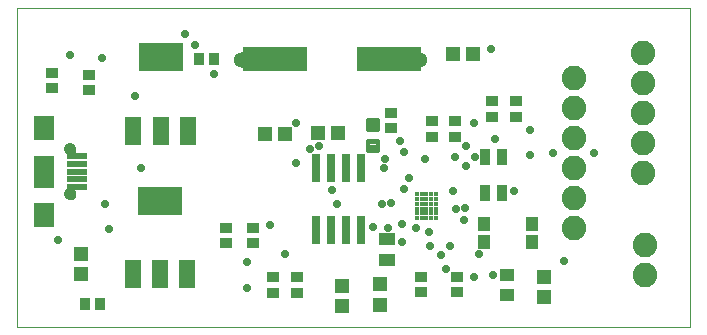
<source format=gts>
G75*
G70*
%OFA0B0*%
%FSLAX24Y24*%
%IPPOS*%
%LPD*%
%AMOC8*
5,1,8,0,0,1.08239X$1,22.5*
%
%ADD10C,0.0000*%
%ADD11R,0.0560X0.0960*%
%ADD12R,0.1497X0.0946*%
%ADD13C,0.0167*%
%ADD14R,0.0316X0.0946*%
%ADD15R,0.0651X0.0237*%
%ADD16C,0.0415*%
%ADD17R,0.0669X0.0787*%
%ADD18R,0.0669X0.1063*%
%ADD19R,0.0513X0.0474*%
%ADD20R,0.0474X0.0513*%
%ADD21R,0.0552X0.0395*%
%ADD22R,0.0356X0.0434*%
%ADD23R,0.0434X0.0356*%
%ADD24R,0.2180X0.0840*%
%ADD25C,0.0535*%
%ADD26R,0.0474X0.0395*%
%ADD27R,0.0356X0.0552*%
%ADD28C,0.0142*%
%ADD29R,0.0434X0.0474*%
%ADD30C,0.0820*%
%ADD31C,0.0280*%
D10*
X001213Y000274D02*
X001213Y010904D01*
X023654Y010904D01*
X023654Y000274D01*
X001213Y000274D01*
X002834Y004707D02*
X002836Y004732D01*
X002842Y004757D01*
X002851Y004781D01*
X002864Y004803D01*
X002881Y004823D01*
X002900Y004840D01*
X002921Y004854D01*
X002945Y004864D01*
X002969Y004871D01*
X002995Y004874D01*
X003020Y004873D01*
X003045Y004868D01*
X003069Y004859D01*
X003092Y004847D01*
X003112Y004832D01*
X003130Y004813D01*
X003145Y004792D01*
X003156Y004769D01*
X003164Y004745D01*
X003168Y004720D01*
X003168Y004694D01*
X003164Y004669D01*
X003156Y004645D01*
X003145Y004622D01*
X003130Y004601D01*
X003112Y004582D01*
X003092Y004567D01*
X003069Y004555D01*
X003045Y004546D01*
X003020Y004541D01*
X002995Y004540D01*
X002969Y004543D01*
X002945Y004550D01*
X002921Y004560D01*
X002900Y004574D01*
X002881Y004591D01*
X002864Y004611D01*
X002851Y004633D01*
X002842Y004657D01*
X002836Y004682D01*
X002834Y004707D01*
X002834Y006203D02*
X002836Y006228D01*
X002842Y006253D01*
X002851Y006277D01*
X002864Y006299D01*
X002881Y006319D01*
X002900Y006336D01*
X002921Y006350D01*
X002945Y006360D01*
X002969Y006367D01*
X002995Y006370D01*
X003020Y006369D01*
X003045Y006364D01*
X003069Y006355D01*
X003092Y006343D01*
X003112Y006328D01*
X003130Y006309D01*
X003145Y006288D01*
X003156Y006265D01*
X003164Y006241D01*
X003168Y006216D01*
X003168Y006190D01*
X003164Y006165D01*
X003156Y006141D01*
X003145Y006118D01*
X003130Y006097D01*
X003112Y006078D01*
X003092Y006063D01*
X003069Y006051D01*
X003045Y006042D01*
X003020Y006037D01*
X002995Y006036D01*
X002969Y006039D01*
X002945Y006046D01*
X002921Y006056D01*
X002900Y006070D01*
X002881Y006087D01*
X002864Y006107D01*
X002851Y006129D01*
X002842Y006153D01*
X002836Y006178D01*
X002834Y006203D01*
D11*
X005099Y006818D03*
X006009Y006818D03*
X006919Y006818D03*
X006895Y002027D03*
X005985Y002027D03*
X005075Y002027D03*
D12*
X005985Y004467D03*
X006009Y009258D03*
D13*
X014548Y004695D03*
X014548Y004538D03*
X014706Y004538D03*
X014863Y004538D03*
X014863Y004695D03*
X015020Y004695D03*
X015020Y004538D03*
X015020Y004380D03*
X015020Y004223D03*
X014863Y004223D03*
X014863Y004380D03*
X014706Y004380D03*
X014706Y004223D03*
X014706Y004066D03*
X014863Y004066D03*
X015020Y004066D03*
X015178Y004066D03*
X015178Y004223D03*
X015178Y004380D03*
X015178Y004538D03*
X015178Y004695D03*
X014706Y004695D03*
X014548Y004380D03*
X014548Y004223D03*
X014548Y004066D03*
X014548Y003908D03*
X014706Y003908D03*
X014863Y003908D03*
X015020Y003908D03*
X015178Y003908D03*
D14*
X012692Y003514D03*
X012192Y003514D03*
X011692Y003514D03*
X011192Y003514D03*
X011192Y005562D03*
X011692Y005562D03*
X012192Y005562D03*
X012692Y005562D03*
D15*
X003207Y005455D03*
X003207Y005199D03*
X003207Y004943D03*
X003207Y005711D03*
X003207Y005967D03*
D16*
X003001Y006203D03*
X003001Y004707D03*
D17*
X002135Y004005D03*
X002135Y006906D03*
D18*
X002135Y005455D03*
D19*
X009493Y006723D03*
X010162Y006723D03*
X011245Y006731D03*
X011914Y006731D03*
X015757Y009361D03*
X016426Y009361D03*
D20*
X003359Y002707D03*
X003359Y002038D03*
X012064Y001629D03*
X012064Y000959D03*
X013320Y001022D03*
X013320Y001692D03*
X018784Y001943D03*
X018784Y001274D03*
D21*
X013536Y002506D03*
X013536Y003215D03*
D22*
X004001Y001030D03*
X003489Y001030D03*
X007284Y009198D03*
X007796Y009198D03*
D23*
X003603Y008688D03*
X003603Y008176D03*
X002371Y008235D03*
X002371Y008747D03*
X008186Y003581D03*
X008186Y003069D03*
X009072Y003069D03*
X009072Y003581D03*
X009741Y001928D03*
X010548Y001928D03*
X010548Y001416D03*
X009741Y001416D03*
X014701Y001429D03*
X014701Y001940D03*
X015892Y001948D03*
X015892Y001437D03*
X015816Y006613D03*
X015048Y006613D03*
X015048Y007125D03*
X015816Y007125D03*
X017036Y007282D03*
X017036Y007794D03*
X017843Y007794D03*
X017843Y007282D03*
X013679Y007413D03*
X013679Y006902D03*
D24*
X013614Y009206D03*
X009814Y009206D03*
D25*
X008725Y009181D03*
X014632Y009162D03*
D26*
X017536Y002001D03*
X017536Y001331D03*
D27*
X017375Y004754D03*
X016824Y004754D03*
X016824Y005936D03*
X017375Y005936D03*
D28*
X013246Y006145D02*
X012914Y006145D01*
X012914Y006477D01*
X013246Y006477D01*
X013246Y006145D01*
X013246Y006286D02*
X012914Y006286D01*
X012914Y006427D02*
X013246Y006427D01*
X013246Y006835D02*
X012914Y006835D01*
X012914Y007167D01*
X013246Y007167D01*
X013246Y006835D01*
X013246Y006976D02*
X012914Y006976D01*
X012914Y007117D02*
X013246Y007117D01*
D29*
X016780Y003723D03*
X016780Y003093D03*
X018394Y003093D03*
X018394Y003723D03*
D30*
X019796Y003581D03*
X019796Y004581D03*
X019796Y005581D03*
X019796Y006581D03*
X019796Y007581D03*
X019796Y008581D03*
X022080Y008408D03*
X022080Y007408D03*
X022080Y006408D03*
X022080Y005408D03*
X022158Y003006D03*
X022158Y002006D03*
X022080Y009408D03*
D31*
X018310Y006839D03*
X017148Y006554D03*
X016459Y007085D03*
X016174Y006298D03*
X016489Y005943D03*
X016174Y005629D03*
X015820Y005943D03*
X014835Y005865D03*
X014127Y006101D03*
X013497Y005865D03*
X013467Y005560D03*
X014284Y005235D03*
X014107Y004861D03*
X013694Y004408D03*
X013379Y004369D03*
X014048Y003699D03*
X013576Y003581D03*
X013083Y003601D03*
X014048Y003109D03*
X014520Y003581D03*
X014944Y003443D03*
X014983Y002961D03*
X015347Y002676D03*
X015662Y002991D03*
X016607Y002715D03*
X015505Y002203D03*
X016440Y001928D03*
X017080Y002006D03*
X019442Y002459D03*
X016135Y003857D03*
X016144Y004231D03*
X015859Y004221D03*
X015761Y004812D03*
X017798Y004812D03*
X018310Y006022D03*
X019097Y006091D03*
X020465Y006091D03*
X017011Y009556D03*
X013999Y006485D03*
X011292Y006298D03*
X010977Y006219D03*
X010505Y005747D03*
X011715Y004851D03*
X011893Y004388D03*
X009648Y003660D03*
X010141Y002695D03*
X008871Y002430D03*
X008871Y001583D03*
X004274Y003542D03*
X004137Y004359D03*
X002581Y003178D03*
X005337Y005560D03*
X005150Y007971D03*
X004038Y009236D03*
X002975Y009354D03*
X006804Y010038D03*
X007158Y009684D03*
X007788Y008694D03*
X010505Y007085D03*
M02*

</source>
